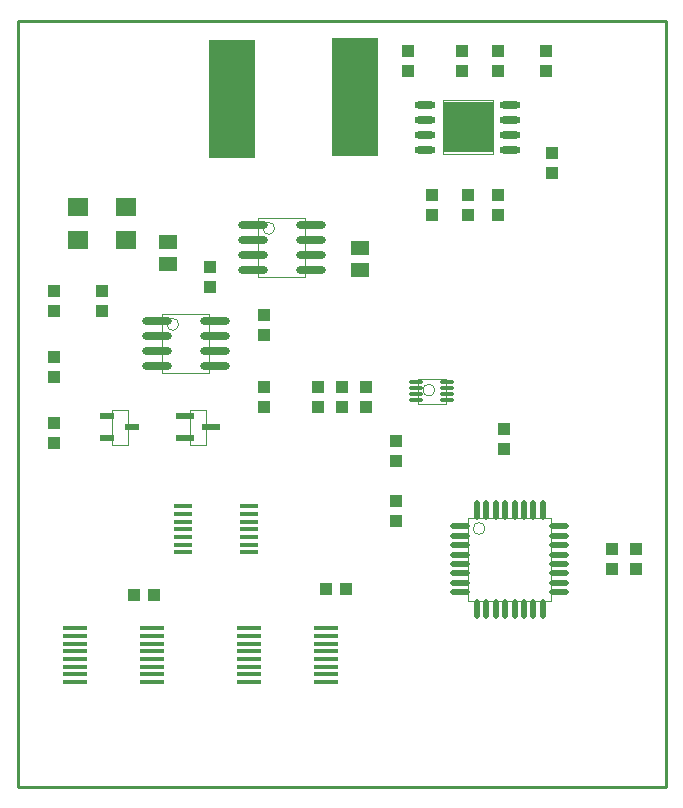
<source format=gtp>
%FSLAX25Y25*%
%MOIN*%
G70*
G01*
G75*
G04 Layer_Color=8421504*
%ADD10R,0.05118X0.02362*%
%ADD11R,0.03937X0.04331*%
%ADD12R,0.16535X0.16535*%
%ADD13O,0.07087X0.02362*%
%ADD14R,0.05906X0.05118*%
%ADD15R,0.06299X0.02362*%
%ADD16O,0.09843X0.02756*%
%ADD17O,0.04921X0.01181*%
%ADD18R,0.04331X0.03937*%
%ADD19R,0.08465X0.01575*%
%ADD20R,0.08465X0.01575*%
%ADD21R,0.06496X0.01181*%
%ADD22O,0.06496X0.02165*%
%ADD23O,0.02165X0.06496*%
%ADD24R,0.07087X0.06299*%
%ADD25R,0.15748X0.39370*%
%ADD26C,0.00787*%
%ADD27C,0.03150*%
%ADD28C,0.04724*%
%ADD29C,0.01181*%
%ADD30C,0.01969*%
%ADD31C,0.05906*%
%ADD32C,0.01378*%
%ADD33C,0.01575*%
%ADD34C,0.01000*%
%ADD35C,0.03937*%
%ADD36C,0.00000*%
%ADD37C,0.00394*%
%ADD38C,0.05906*%
%ADD39R,0.05906X0.05906*%
%ADD40C,0.15000*%
%ADD41C,0.05315*%
%ADD42R,0.05315X0.05315*%
%ADD43R,0.05906X0.05906*%
%ADD44C,0.05906*%
%ADD45C,0.05000*%
%ADD46C,0.00984*%
%ADD47C,0.02362*%
%ADD48C,0.00800*%
D10*
X38134Y120000D02*
D03*
X29866Y116260D02*
D03*
Y123740D02*
D03*
D11*
X108000Y126654D02*
D03*
Y133346D02*
D03*
X100000Y126654D02*
D03*
Y133346D02*
D03*
X126000Y95346D02*
D03*
Y88654D02*
D03*
X162000Y119346D02*
D03*
Y112654D02*
D03*
X12000Y165346D02*
D03*
Y158654D02*
D03*
Y143346D02*
D03*
Y136654D02*
D03*
Y121346D02*
D03*
Y114654D02*
D03*
X178000Y204654D02*
D03*
Y211346D02*
D03*
X160000Y197346D02*
D03*
Y190654D02*
D03*
X150000Y197346D02*
D03*
Y190654D02*
D03*
X28000Y158654D02*
D03*
Y165346D02*
D03*
X82000Y150654D02*
D03*
Y157346D02*
D03*
Y133346D02*
D03*
Y126654D02*
D03*
X138000Y190654D02*
D03*
Y197346D02*
D03*
X148000Y245346D02*
D03*
Y238654D02*
D03*
X130000Y245346D02*
D03*
Y238654D02*
D03*
X160000D02*
D03*
Y245346D02*
D03*
X176000D02*
D03*
Y238654D02*
D03*
X64000Y173346D02*
D03*
Y166654D02*
D03*
X126000Y115346D02*
D03*
Y108654D02*
D03*
X116000Y126654D02*
D03*
Y133346D02*
D03*
X206000Y72654D02*
D03*
Y79346D02*
D03*
X198000Y72654D02*
D03*
Y79346D02*
D03*
D12*
X150000Y220000D02*
D03*
D13*
X135827Y227500D02*
D03*
Y222500D02*
D03*
Y217500D02*
D03*
Y212500D02*
D03*
X164173Y227500D02*
D03*
Y222500D02*
D03*
Y217500D02*
D03*
Y212500D02*
D03*
D14*
X50000Y174260D02*
D03*
Y181740D02*
D03*
X114000Y179740D02*
D03*
Y172260D02*
D03*
D15*
X64331Y120000D02*
D03*
X55669Y116260D02*
D03*
Y123740D02*
D03*
D16*
X97646Y172500D02*
D03*
Y177500D02*
D03*
Y182500D02*
D03*
Y187500D02*
D03*
X78354Y172500D02*
D03*
Y177500D02*
D03*
Y182500D02*
D03*
Y187500D02*
D03*
X65646Y140500D02*
D03*
Y145500D02*
D03*
Y150500D02*
D03*
Y155500D02*
D03*
X46354Y140500D02*
D03*
Y145500D02*
D03*
Y150500D02*
D03*
Y155500D02*
D03*
D17*
X143217Y129047D02*
D03*
Y131016D02*
D03*
Y132984D02*
D03*
Y134953D02*
D03*
X132783Y129047D02*
D03*
Y131016D02*
D03*
Y132984D02*
D03*
Y134953D02*
D03*
D18*
X38654Y64000D02*
D03*
X45346D02*
D03*
X109346Y66000D02*
D03*
X102654D02*
D03*
D19*
X19106Y52957D02*
D03*
X77106D02*
D03*
D20*
X19106Y50398D02*
D03*
Y47839D02*
D03*
Y45280D02*
D03*
Y42721D02*
D03*
Y40161D02*
D03*
Y37602D02*
D03*
Y35043D02*
D03*
X44894Y52957D02*
D03*
Y50398D02*
D03*
Y47839D02*
D03*
Y45280D02*
D03*
Y42721D02*
D03*
Y40161D02*
D03*
Y37602D02*
D03*
Y35043D02*
D03*
X77106Y50398D02*
D03*
Y47839D02*
D03*
Y45280D02*
D03*
Y42721D02*
D03*
Y40161D02*
D03*
Y37602D02*
D03*
Y35043D02*
D03*
X102894Y52957D02*
D03*
Y50398D02*
D03*
Y47839D02*
D03*
Y45280D02*
D03*
Y42721D02*
D03*
Y40161D02*
D03*
Y37602D02*
D03*
Y35043D02*
D03*
D21*
X55075Y93677D02*
D03*
Y91118D02*
D03*
Y88559D02*
D03*
Y86000D02*
D03*
Y83441D02*
D03*
Y80882D02*
D03*
Y78323D02*
D03*
X76925Y93677D02*
D03*
Y91118D02*
D03*
Y88559D02*
D03*
Y86000D02*
D03*
Y83441D02*
D03*
Y80882D02*
D03*
Y78323D02*
D03*
D22*
X147465Y87024D02*
D03*
Y83874D02*
D03*
Y80724D02*
D03*
Y77575D02*
D03*
Y74425D02*
D03*
Y71276D02*
D03*
Y68126D02*
D03*
Y64976D02*
D03*
X180535D02*
D03*
Y68126D02*
D03*
Y71276D02*
D03*
Y74425D02*
D03*
Y77575D02*
D03*
Y80724D02*
D03*
Y83874D02*
D03*
Y87024D02*
D03*
D23*
X152976Y59465D02*
D03*
X156126D02*
D03*
X159276D02*
D03*
X162425D02*
D03*
X165575D02*
D03*
X168724D02*
D03*
X171874D02*
D03*
X175024D02*
D03*
Y92535D02*
D03*
X171874D02*
D03*
X168724D02*
D03*
X165575D02*
D03*
X162425D02*
D03*
X159276D02*
D03*
X156126D02*
D03*
X152976D02*
D03*
D24*
X36000Y182488D02*
D03*
Y193512D02*
D03*
X20000D02*
D03*
Y182488D02*
D03*
D25*
X71500Y229500D02*
D03*
X112500Y230000D02*
D03*
D34*
X0Y0D02*
Y255500D01*
X216000D01*
Y0D02*
Y255500D01*
X0Y0D02*
X216000D01*
D37*
X147205Y225453D02*
G03*
X147205Y225453I-1969J0D01*
G01*
X85638Y186299D02*
G03*
X85638Y186299I-1969J0D01*
G01*
X53638Y154299D02*
G03*
X53638Y154299I-1969J0D01*
G01*
X138984Y132394D02*
G03*
X138984Y132394I-1969J0D01*
G01*
X155732Y86236D02*
G03*
X155732Y86236I-1969J0D01*
G01*
X31244Y114094D02*
X36756D01*
X31244Y125906D02*
X36756D01*
Y114094D02*
Y125906D01*
X31244Y114094D02*
Y125906D01*
X141693Y211004D02*
Y228996D01*
X158307Y211004D02*
Y228996D01*
X141693D02*
X158307D01*
X141693Y211004D02*
X158307D01*
X57244Y114094D02*
X62756D01*
X57244Y125906D02*
X62756D01*
Y114094D02*
Y125906D01*
X57244Y114094D02*
Y125906D01*
X80126Y170157D02*
X95874D01*
X80126Y189843D02*
X95874D01*
Y170157D02*
Y189843D01*
X80126Y170157D02*
Y189843D01*
X48126Y138157D02*
X63874D01*
X48126Y157843D02*
X63874D01*
Y138157D02*
Y157843D01*
X48126Y138157D02*
Y157843D01*
X133276Y127866D02*
X142724D01*
X133276Y136134D02*
X142724D01*
Y127866D02*
Y136134D01*
X133276Y127866D02*
Y136134D01*
X150220Y62220D02*
Y89780D01*
X177780Y62220D02*
Y89780D01*
X150220D02*
X177780D01*
X150220Y62220D02*
X177780D01*
M02*

</source>
